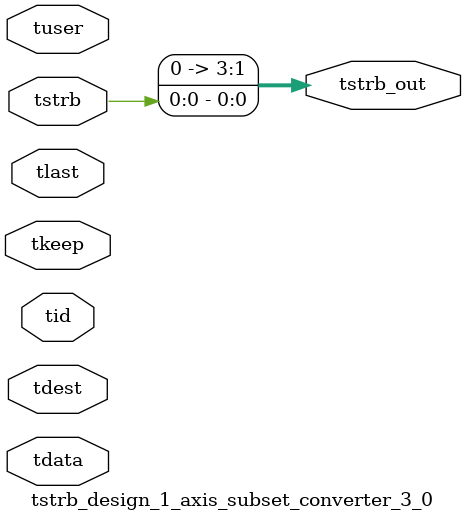
<source format=v>


`timescale 1ps/1ps

module tstrb_design_1_axis_subset_converter_3_0 #
(
parameter C_S_AXIS_TDATA_WIDTH = 32,
parameter C_S_AXIS_TUSER_WIDTH = 0,
parameter C_S_AXIS_TID_WIDTH   = 0,
parameter C_S_AXIS_TDEST_WIDTH = 0,
parameter C_M_AXIS_TDATA_WIDTH = 32
)
(
input  [(C_S_AXIS_TDATA_WIDTH == 0 ? 1 : C_S_AXIS_TDATA_WIDTH)-1:0     ] tdata,
input  [(C_S_AXIS_TUSER_WIDTH == 0 ? 1 : C_S_AXIS_TUSER_WIDTH)-1:0     ] tuser,
input  [(C_S_AXIS_TID_WIDTH   == 0 ? 1 : C_S_AXIS_TID_WIDTH)-1:0       ] tid,
input  [(C_S_AXIS_TDEST_WIDTH == 0 ? 1 : C_S_AXIS_TDEST_WIDTH)-1:0     ] tdest,
input  [(C_S_AXIS_TDATA_WIDTH/8)-1:0 ] tkeep,
input  [(C_S_AXIS_TDATA_WIDTH/8)-1:0 ] tstrb,
input                                                                    tlast,
output [(C_M_AXIS_TDATA_WIDTH/8)-1:0 ] tstrb_out
);

assign tstrb_out = {tstrb[0:0]};

endmodule


</source>
